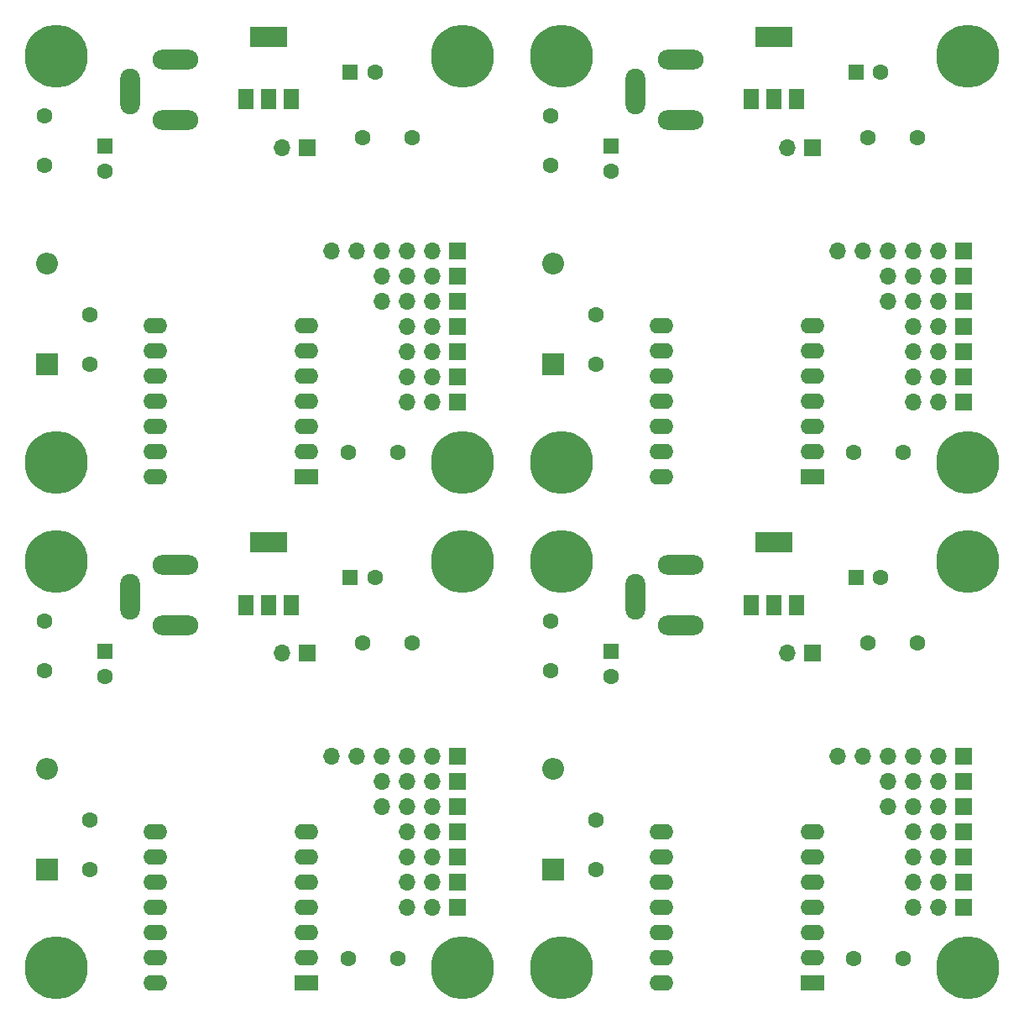
<source format=gts>
%MOIN*%
%OFA0B0*%
%FSLAX46Y46*%
%IPPOS*%
%LPD*%
%ADD10R,0.059055118110236227X0.07874015748031496*%
%ADD11R,0.14960629921259844X0.07874015748031496*%
%ADD12R,0.066929133858267723X0.066929133858267723*%
%ADD13O,0.066929133858267723X0.066929133858267723*%
%ADD14C,0.25*%
%ADD15C,0.062992125984251982*%
%ADD16R,0.062992125984251982X0.062992125984251982*%
%ADD17O,0.18110236220472439X0.07874015748031496*%
%ADD18O,0.07874015748031496X0.18110236220472439*%
%ADD19R,0.094488188976377951X0.062992125984251982*%
%ADD20O,0.094488188976377951X0.062992125984251982*%
%ADD21R,0.086614173228346469X0.086614173228346469*%
%ADD22O,0.086614173228346469X0.086614173228346469*%
%ADD33R,0.059055118110236227X0.07874015748031496*%
%ADD34R,0.14960629921259844X0.07874015748031496*%
%ADD35R,0.066929133858267723X0.066929133858267723*%
%ADD36O,0.066929133858267723X0.066929133858267723*%
%ADD37C,0.25*%
%ADD38C,0.062992125984251982*%
%ADD39R,0.062992125984251982X0.062992125984251982*%
%ADD40O,0.18110236220472439X0.07874015748031496*%
%ADD41O,0.07874015748031496X0.18110236220472439*%
%ADD42R,0.094488188976377951X0.062992125984251982*%
%ADD43O,0.094488188976377951X0.062992125984251982*%
%ADD44R,0.086614173228346469X0.086614173228346469*%
%ADD45O,0.086614173228346469X0.086614173228346469*%
%ADD46R,0.059055118110236227X0.07874015748031496*%
%ADD47R,0.14960629921259844X0.07874015748031496*%
%ADD48R,0.066929133858267723X0.066929133858267723*%
%ADD49O,0.066929133858267723X0.066929133858267723*%
%ADD50C,0.25*%
%ADD51C,0.062992125984251982*%
%ADD52R,0.062992125984251982X0.062992125984251982*%
%ADD53O,0.18110236220472439X0.07874015748031496*%
%ADD54O,0.07874015748031496X0.18110236220472439*%
%ADD55R,0.094488188976377951X0.062992125984251982*%
%ADD56O,0.094488188976377951X0.062992125984251982*%
%ADD57R,0.086614173228346469X0.086614173228346469*%
%ADD58O,0.086614173228346469X0.086614173228346469*%
%ADD59R,0.059055118110236227X0.07874015748031496*%
%ADD60R,0.14960629921259844X0.07874015748031496*%
%ADD61R,0.066929133858267723X0.066929133858267723*%
%ADD62O,0.066929133858267723X0.066929133858267723*%
%ADD63C,0.25*%
%ADD64C,0.062992125984251982*%
%ADD65R,0.062992125984251982X0.062992125984251982*%
%ADD66O,0.18110236220472439X0.07874015748031496*%
%ADD67O,0.07874015748031496X0.18110236220472439*%
%ADD68R,0.094488188976377951X0.062992125984251982*%
%ADD69O,0.094488188976377951X0.062992125984251982*%
%ADD70R,0.086614173228346469X0.086614173228346469*%
%ADD71O,0.086614173228346469X0.086614173228346469*%
G01*
D10*
X0000000000Y0001929133D02*
X0000911231Y0001599784D03*
X0001001782Y0001599784D03*
X0001092333Y0001599784D03*
D11*
X0001001782Y0001847815D03*
D12*
X0001753830Y0000597500D03*
D13*
X0001653830Y0000597500D03*
X0001553830Y0000597500D03*
D14*
X0000157480Y0001771653D03*
X0001771653Y0001771653D03*
X0001771653Y0000157480D03*
D12*
X0001753830Y0000397500D03*
D13*
X0001653830Y0000397500D03*
X0001553830Y0000397500D03*
D12*
X0001753239Y0000497500D03*
D13*
X0001653239Y0000497500D03*
X0001553239Y0000497500D03*
D15*
X0000293830Y0000549075D03*
X0000293830Y0000745925D03*
D14*
X0000157480Y0000157480D03*
D16*
X0000353830Y0001414051D03*
D15*
X0000353830Y0001315625D03*
D16*
X0001327279Y0001707500D03*
D15*
X0001425704Y0001707500D03*
D17*
X0000631782Y0001517976D03*
X0000631782Y0001758133D03*
D18*
X0000450680Y0001632149D03*
D12*
X0001753830Y0000997500D03*
D13*
X0001653830Y0000997500D03*
X0001553830Y0000997500D03*
X0001453830Y0000997500D03*
X0001353830Y0000997500D03*
X0001253830Y0000997500D03*
D15*
X0000113830Y0001535925D03*
X0000113830Y0001339075D03*
D12*
X0001753239Y0000697500D03*
D13*
X0001653239Y0000697500D03*
X0001553239Y0000697500D03*
D12*
X0001753436Y0000797500D03*
D13*
X0001653436Y0000797500D03*
X0001553436Y0000797500D03*
X0001453436Y0000797500D03*
D12*
X0001154026Y0001407500D03*
D13*
X0001054026Y0001407500D03*
D15*
X0001514748Y0000196850D03*
X0001317897Y0000196850D03*
D19*
X0001153830Y0000100500D03*
D20*
X0001153830Y0000200500D03*
X0001153830Y0000300500D03*
X0001153830Y0000400500D03*
X0001153830Y0000500500D03*
X0001153830Y0000600500D03*
X0001153830Y0000700500D03*
X0000553830Y0000700500D03*
X0000553830Y0000600500D03*
X0000553830Y0000500500D03*
X0000553830Y0000400500D03*
X0000553830Y0000300500D03*
X0000553830Y0000200500D03*
X0000553830Y0000100500D03*
D15*
X0001375404Y0001447500D03*
X0001572255Y0001447500D03*
D12*
X0001753830Y0000897500D03*
D13*
X0001653830Y0000897500D03*
X0001553830Y0000897500D03*
X0001453830Y0000897500D03*
D21*
X0000123830Y0000547500D03*
D22*
X0000123830Y0000947500D03*
G04 next file*
G04 Gerber Fmt 4.6, Leading zero omitted, Abs format (unit mm)*
G04 Created by KiCad (PCBNEW (6.0.1)) date 2022-06-03 05:47:02*
G01*
G04 APERTURE LIST*
G04 APERTURE END LIST*
D33*
X0002007874Y0001929133D02*
X0002919105Y0001599784D03*
X0003009656Y0001599784D03*
X0003100207Y0001599784D03*
D34*
X0003009656Y0001847815D03*
D35*
X0003761704Y0000597500D03*
D36*
X0003661704Y0000597500D03*
X0003561704Y0000597500D03*
D37*
X0002165354Y0001771653D03*
X0003779527Y0001771653D03*
X0003779527Y0000157480D03*
D35*
X0003761704Y0000397500D03*
D36*
X0003661704Y0000397500D03*
X0003561704Y0000397500D03*
D35*
X0003761113Y0000497500D03*
D36*
X0003661113Y0000497500D03*
X0003561113Y0000497500D03*
D38*
X0002301704Y0000549075D03*
X0002301704Y0000745925D03*
D37*
X0002165354Y0000157480D03*
D39*
X0002361704Y0001414051D03*
D38*
X0002361704Y0001315625D03*
D39*
X0003335153Y0001707500D03*
D38*
X0003433578Y0001707500D03*
D40*
X0002639656Y0001517976D03*
X0002639656Y0001758133D03*
D41*
X0002458554Y0001632149D03*
D35*
X0003761704Y0000997500D03*
D36*
X0003661704Y0000997500D03*
X0003561704Y0000997500D03*
X0003461703Y0000997500D03*
X0003361704Y0000997500D03*
X0003261704Y0000997500D03*
D38*
X0002121704Y0001535925D03*
X0002121704Y0001339075D03*
D35*
X0003761113Y0000697500D03*
D36*
X0003661113Y0000697500D03*
X0003561113Y0000697500D03*
D35*
X0003761310Y0000797500D03*
D36*
X0003661310Y0000797500D03*
X0003561310Y0000797500D03*
X0003461310Y0000797500D03*
D35*
X0003161900Y0001407500D03*
D36*
X0003061900Y0001407500D03*
D38*
X0003522622Y0000196850D03*
X0003325771Y0000196850D03*
D42*
X0003161704Y0000100500D03*
D43*
X0003161704Y0000200500D03*
X0003161704Y0000300500D03*
X0003161704Y0000400500D03*
X0003161704Y0000500500D03*
X0003161704Y0000600500D03*
X0003161704Y0000700500D03*
X0002561704Y0000700500D03*
X0002561704Y0000600500D03*
X0002561704Y0000500500D03*
X0002561704Y0000400500D03*
X0002561704Y0000300500D03*
X0002561704Y0000200500D03*
X0002561704Y0000100500D03*
D38*
X0003383278Y0001447500D03*
X0003580129Y0001447500D03*
D35*
X0003761704Y0000897500D03*
D36*
X0003661704Y0000897500D03*
X0003561704Y0000897500D03*
X0003461703Y0000897500D03*
D44*
X0002131704Y0000547500D03*
D45*
X0002131704Y0000947500D03*
G04 next file*
G04 Gerber Fmt 4.6, Leading zero omitted, Abs format (unit mm)*
G04 Created by KiCad (PCBNEW (6.0.1)) date 2022-06-03 05:47:02*
G01*
G04 APERTURE LIST*
G04 APERTURE END LIST*
D46*
X0000000000Y0003937007D02*
X0000911231Y0003607658D03*
X0001001782Y0003607658D03*
X0001092333Y0003607658D03*
D47*
X0001001782Y0003855689D03*
D48*
X0001753830Y0002605374D03*
D49*
X0001653830Y0002605374D03*
X0001553830Y0002605374D03*
D50*
X0000157480Y0003779527D03*
X0001771653Y0003779527D03*
X0001771653Y0002165354D03*
D48*
X0001753830Y0002405374D03*
D49*
X0001653830Y0002405374D03*
X0001553830Y0002405374D03*
D48*
X0001753239Y0002505374D03*
D49*
X0001653239Y0002505374D03*
X0001553239Y0002505374D03*
D51*
X0000293830Y0002556949D03*
X0000293830Y0002753799D03*
D50*
X0000157480Y0002165354D03*
D52*
X0000353830Y0003421925D03*
D51*
X0000353830Y0003323499D03*
D52*
X0001327279Y0003715374D03*
D51*
X0001425704Y0003715374D03*
D53*
X0000631782Y0003525850D03*
X0000631782Y0003766007D03*
D54*
X0000450680Y0003640023D03*
D48*
X0001753830Y0003005374D03*
D49*
X0001653830Y0003005374D03*
X0001553830Y0003005374D03*
X0001453830Y0003005374D03*
X0001353830Y0003005374D03*
X0001253830Y0003005374D03*
D51*
X0000113830Y0003543799D03*
X0000113830Y0003346949D03*
D48*
X0001753239Y0002705374D03*
D49*
X0001653239Y0002705374D03*
X0001553239Y0002705374D03*
D48*
X0001753436Y0002805374D03*
D49*
X0001653436Y0002805374D03*
X0001553436Y0002805374D03*
X0001453436Y0002805374D03*
D48*
X0001154026Y0003415374D03*
D49*
X0001054026Y0003415374D03*
D51*
X0001514748Y0002204724D03*
X0001317897Y0002204724D03*
D55*
X0001153830Y0002108374D03*
D56*
X0001153830Y0002208374D03*
X0001153830Y0002308374D03*
X0001153830Y0002408374D03*
X0001153830Y0002508374D03*
X0001153830Y0002608374D03*
X0001153830Y0002708374D03*
X0000553830Y0002708374D03*
X0000553830Y0002608374D03*
X0000553830Y0002508374D03*
X0000553830Y0002408374D03*
X0000553830Y0002308374D03*
X0000553830Y0002208374D03*
X0000553830Y0002108374D03*
D51*
X0001375404Y0003455374D03*
X0001572255Y0003455374D03*
D48*
X0001753830Y0002905374D03*
D49*
X0001653830Y0002905374D03*
X0001553830Y0002905374D03*
X0001453830Y0002905374D03*
D57*
X0000123830Y0002555374D03*
D58*
X0000123830Y0002955374D03*
G04 next file*
G04 Gerber Fmt 4.6, Leading zero omitted, Abs format (unit mm)*
G04 Created by KiCad (PCBNEW (6.0.1)) date 2022-06-03 05:47:02*
G01*
G04 APERTURE LIST*
G04 APERTURE END LIST*
D59*
X0002007874Y0003937007D02*
X0002919105Y0003607658D03*
X0003009656Y0003607658D03*
X0003100207Y0003607658D03*
D60*
X0003009656Y0003855689D03*
D61*
X0003761704Y0002605374D03*
D62*
X0003661704Y0002605374D03*
X0003561704Y0002605374D03*
D63*
X0002165354Y0003779527D03*
X0003779527Y0003779527D03*
X0003779527Y0002165354D03*
D61*
X0003761704Y0002405374D03*
D62*
X0003661704Y0002405374D03*
X0003561704Y0002405374D03*
D61*
X0003761113Y0002505374D03*
D62*
X0003661113Y0002505374D03*
X0003561113Y0002505374D03*
D64*
X0002301704Y0002556949D03*
X0002301704Y0002753799D03*
D63*
X0002165354Y0002165354D03*
D65*
X0002361704Y0003421925D03*
D64*
X0002361704Y0003323499D03*
D65*
X0003335153Y0003715374D03*
D64*
X0003433578Y0003715374D03*
D66*
X0002639656Y0003525850D03*
X0002639656Y0003766007D03*
D67*
X0002458554Y0003640023D03*
D61*
X0003761704Y0003005374D03*
D62*
X0003661704Y0003005374D03*
X0003561704Y0003005374D03*
X0003461703Y0003005374D03*
X0003361704Y0003005374D03*
X0003261704Y0003005374D03*
D64*
X0002121704Y0003543799D03*
X0002121704Y0003346949D03*
D61*
X0003761113Y0002705374D03*
D62*
X0003661113Y0002705374D03*
X0003561113Y0002705374D03*
D61*
X0003761310Y0002805374D03*
D62*
X0003661310Y0002805374D03*
X0003561310Y0002805374D03*
X0003461310Y0002805374D03*
D61*
X0003161900Y0003415374D03*
D62*
X0003061900Y0003415374D03*
D64*
X0003522622Y0002204724D03*
X0003325771Y0002204724D03*
D68*
X0003161704Y0002108374D03*
D69*
X0003161704Y0002208374D03*
X0003161704Y0002308374D03*
X0003161704Y0002408374D03*
X0003161704Y0002508374D03*
X0003161704Y0002608374D03*
X0003161704Y0002708374D03*
X0002561704Y0002708374D03*
X0002561704Y0002608374D03*
X0002561704Y0002508374D03*
X0002561704Y0002408374D03*
X0002561704Y0002308374D03*
X0002561704Y0002208374D03*
X0002561704Y0002108374D03*
D64*
X0003383278Y0003455374D03*
X0003580129Y0003455374D03*
D61*
X0003761704Y0002905374D03*
D62*
X0003661704Y0002905374D03*
X0003561704Y0002905374D03*
X0003461703Y0002905374D03*
D70*
X0002131704Y0002555374D03*
D71*
X0002131704Y0002955374D03*
M02*
</source>
